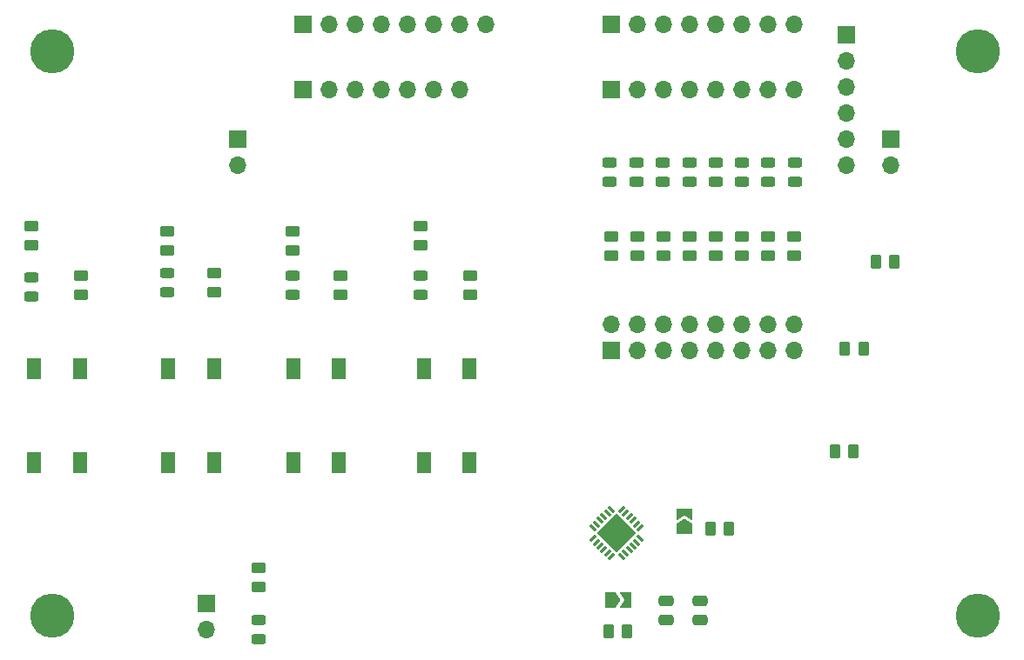
<source format=gbr>
%TF.GenerationSoftware,KiCad,Pcbnew,(6.0.2)*%
%TF.CreationDate,2022-02-20T13:14:23+01:00*%
%TF.ProjectId,220217_GPIOExpanderAW9523,32323032-3137-45f4-9750-494f45787061,v01*%
%TF.SameCoordinates,Original*%
%TF.FileFunction,Soldermask,Top*%
%TF.FilePolarity,Negative*%
%FSLAX46Y46*%
G04 Gerber Fmt 4.6, Leading zero omitted, Abs format (unit mm)*
G04 Created by KiCad (PCBNEW (6.0.2)) date 2022-02-20 13:14:23*
%MOMM*%
%LPD*%
G01*
G04 APERTURE LIST*
G04 Aperture macros list*
%AMRoundRect*
0 Rectangle with rounded corners*
0 $1 Rounding radius*
0 $2 $3 $4 $5 $6 $7 $8 $9 X,Y pos of 4 corners*
0 Add a 4 corners polygon primitive as box body*
4,1,4,$2,$3,$4,$5,$6,$7,$8,$9,$2,$3,0*
0 Add four circle primitives for the rounded corners*
1,1,$1+$1,$2,$3*
1,1,$1+$1,$4,$5*
1,1,$1+$1,$6,$7*
1,1,$1+$1,$8,$9*
0 Add four rect primitives between the rounded corners*
20,1,$1+$1,$2,$3,$4,$5,0*
20,1,$1+$1,$4,$5,$6,$7,0*
20,1,$1+$1,$6,$7,$8,$9,0*
20,1,$1+$1,$8,$9,$2,$3,0*%
%AMRotRect*
0 Rectangle, with rotation*
0 The origin of the aperture is its center*
0 $1 length*
0 $2 width*
0 $3 Rotation angle, in degrees counterclockwise*
0 Add horizontal line*
21,1,$1,$2,0,0,$3*%
%AMFreePoly0*
4,1,6,1.000000,0.000000,0.500000,-0.750000,-0.500000,-0.750000,-0.500000,0.750000,0.500000,0.750000,1.000000,0.000000,1.000000,0.000000,$1*%
%AMFreePoly1*
4,1,6,0.500000,-0.750000,-0.650000,-0.750000,-0.150000,0.000000,-0.650000,0.750000,0.500000,0.750000,0.500000,-0.750000,0.500000,-0.750000,$1*%
G04 Aperture macros list end*
%ADD10R,1.700000X1.700000*%
%ADD11O,1.700000X1.700000*%
%ADD12R,1.400000X2.100000*%
%ADD13RoundRect,0.250000X0.450000X-0.262500X0.450000X0.262500X-0.450000X0.262500X-0.450000X-0.262500X0*%
%ADD14RoundRect,0.243750X0.456250X-0.243750X0.456250X0.243750X-0.456250X0.243750X-0.456250X-0.243750X0*%
%ADD15RoundRect,0.250000X-0.450000X0.262500X-0.450000X-0.262500X0.450000X-0.262500X0.450000X0.262500X0*%
%ADD16RoundRect,0.250000X0.262500X0.450000X-0.262500X0.450000X-0.262500X-0.450000X0.262500X-0.450000X0*%
%ADD17RoundRect,0.243750X-0.456250X0.243750X-0.456250X-0.243750X0.456250X-0.243750X0.456250X0.243750X0*%
%ADD18RoundRect,0.250000X-0.475000X0.250000X-0.475000X-0.250000X0.475000X-0.250000X0.475000X0.250000X0*%
%ADD19C,4.300000*%
%ADD20RoundRect,0.250000X-0.262500X-0.450000X0.262500X-0.450000X0.262500X0.450000X-0.262500X0.450000X0*%
%ADD21FreePoly0,0.000000*%
%ADD22FreePoly1,0.000000*%
%ADD23FreePoly0,90.000000*%
%ADD24FreePoly1,90.000000*%
%ADD25RotRect,0.300000X0.800000X315.000000*%
%ADD26RotRect,0.300000X0.800000X225.000000*%
%ADD27RotRect,2.750000X2.750000X225.000000*%
G04 APERTURE END LIST*
D10*
%TO.C,J9*%
X165477000Y-68745000D03*
D11*
X168017000Y-68745000D03*
X170557000Y-68745000D03*
X173097000Y-68745000D03*
X175637000Y-68745000D03*
X178177000Y-68745000D03*
X180717000Y-68745000D03*
X183257000Y-68745000D03*
%TD*%
D10*
%TO.C,J8*%
X165477000Y-62395000D03*
D11*
X168017000Y-62395000D03*
X170557000Y-62395000D03*
X173097000Y-62395000D03*
X175637000Y-62395000D03*
X178177000Y-62395000D03*
X180717000Y-62395000D03*
X183257000Y-62395000D03*
%TD*%
D10*
%TO.C,J3*%
X135505000Y-68770000D03*
D11*
X138045000Y-68770000D03*
X140585000Y-68770000D03*
X143125000Y-68770000D03*
X145665000Y-68770000D03*
X148205000Y-68770000D03*
X150745000Y-68770000D03*
%TD*%
D12*
%TO.C,SW4*%
X151690000Y-105070000D03*
X151690000Y-95970000D03*
X147230000Y-105070000D03*
X147230000Y-95970000D03*
%TD*%
D13*
%TO.C,R17*%
X170542000Y-84922500D03*
X170542000Y-83097500D03*
%TD*%
D14*
%TO.C,D3*%
X122282000Y-88503500D03*
X122282000Y-86628500D03*
%TD*%
D15*
%TO.C,R14*%
X146920000Y-82087500D03*
X146920000Y-83912500D03*
%TD*%
D12*
%TO.C,SW1*%
X113830000Y-105050000D03*
X113830000Y-95950000D03*
X109370000Y-105050000D03*
X109370000Y-95950000D03*
%TD*%
%TO.C,SW3*%
X138990000Y-105070000D03*
X138990000Y-95970000D03*
X134530000Y-105070000D03*
X134530000Y-95970000D03*
%TD*%
D16*
%TO.C,R6*%
X190012500Y-94000000D03*
X188187500Y-94000000D03*
%TD*%
D17*
%TO.C,D7*%
X167900000Y-75862500D03*
X167900000Y-77737500D03*
%TD*%
D15*
%TO.C,R5*%
X122282000Y-82589500D03*
X122282000Y-84414500D03*
%TD*%
D13*
%TO.C,R22*%
X183242000Y-84922500D03*
X183242000Y-83097500D03*
%TD*%
D15*
%TO.C,R13*%
X151746000Y-86907500D03*
X151746000Y-88732500D03*
%TD*%
D17*
%TO.C,D11*%
X178200000Y-75862500D03*
X178200000Y-77737500D03*
%TD*%
D18*
%TO.C,C1*%
X170798000Y-118550000D03*
X170798000Y-120450000D03*
%TD*%
D19*
%TO.C,REF\u002A\u002A*%
X111100000Y-120000000D03*
%TD*%
D17*
%TO.C,D12*%
X180700000Y-75862500D03*
X180700000Y-77737500D03*
%TD*%
D16*
%TO.C,R7*%
X193012500Y-85500000D03*
X191187500Y-85500000D03*
%TD*%
D14*
%TO.C,D2*%
X109100000Y-88937500D03*
X109100000Y-87062500D03*
%TD*%
D20*
%TO.C,R10*%
X175100000Y-111500000D03*
X176925000Y-111500000D03*
%TD*%
D19*
%TO.C,REF\u002A\u002A*%
X201100000Y-120000000D03*
%TD*%
D10*
%TO.C,J2*%
X129140000Y-73591000D03*
D11*
X129140000Y-76131000D03*
%TD*%
D10*
%TO.C,J4*%
X135490000Y-62420000D03*
D11*
X138030000Y-62420000D03*
X140570000Y-62420000D03*
X143110000Y-62420000D03*
X145650000Y-62420000D03*
X148190000Y-62420000D03*
X150730000Y-62420000D03*
X153270000Y-62420000D03*
%TD*%
D10*
%TO.C,J1*%
X192640000Y-73591000D03*
D11*
X192640000Y-76131000D03*
%TD*%
D14*
%TO.C,D5*%
X146920000Y-88757500D03*
X146920000Y-86882500D03*
%TD*%
D17*
%TO.C,D8*%
X170500000Y-75862500D03*
X170500000Y-77737500D03*
%TD*%
D14*
%TO.C,D4*%
X134474000Y-88757500D03*
X134474000Y-86882500D03*
%TD*%
D10*
%TO.C,J6*%
X126092000Y-118808000D03*
D11*
X126092000Y-121348000D03*
%TD*%
D21*
%TO.C,JP2*%
X165420000Y-118444000D03*
D22*
X166870000Y-118444000D03*
%TD*%
D12*
%TO.C,SW2*%
X126830000Y-105070000D03*
X126830000Y-95970000D03*
X122370000Y-105070000D03*
X122370000Y-95970000D03*
%TD*%
D15*
%TO.C,R9*%
X134474000Y-82589500D03*
X134474000Y-84414500D03*
%TD*%
D14*
%TO.C,D1*%
X131172000Y-122285500D03*
X131172000Y-120410500D03*
%TD*%
D13*
%TO.C,R21*%
X180702000Y-84922500D03*
X180702000Y-83097500D03*
%TD*%
%TO.C,R18*%
X173082000Y-84922500D03*
X173082000Y-83097500D03*
%TD*%
%TO.C,R20*%
X178162000Y-84922500D03*
X178162000Y-83097500D03*
%TD*%
D10*
%TO.C,J5*%
X188322000Y-63436000D03*
D11*
X188322000Y-65976000D03*
X188322000Y-68516000D03*
X188322000Y-71056000D03*
X188322000Y-73596000D03*
X188322000Y-76136000D03*
%TD*%
D19*
%TO.C,REF\u002A\u002A*%
X111100000Y-65000000D03*
%TD*%
D23*
%TO.C,JP1*%
X172600000Y-111500000D03*
D24*
X172600000Y-110050000D03*
%TD*%
D15*
%TO.C,R8*%
X139100000Y-86907500D03*
X139100000Y-88732500D03*
%TD*%
%TO.C,R2*%
X113900000Y-86907500D03*
X113900000Y-88732500D03*
%TD*%
D16*
%TO.C,R12*%
X189012500Y-104000000D03*
X187187500Y-104000000D03*
%TD*%
D10*
%TO.C,J7*%
X165462000Y-94170000D03*
D11*
X165462000Y-91630000D03*
X168002000Y-94170000D03*
X168002000Y-91630000D03*
X170542000Y-94170000D03*
X170542000Y-91630000D03*
X173082000Y-94170000D03*
X173082000Y-91630000D03*
X175622000Y-94170000D03*
X175622000Y-91630000D03*
X178162000Y-94170000D03*
X178162000Y-91630000D03*
X180702000Y-94170000D03*
X180702000Y-91630000D03*
X183242000Y-94170000D03*
X183242000Y-91630000D03*
%TD*%
D15*
%TO.C,R1*%
X131172000Y-115355500D03*
X131172000Y-117180500D03*
%TD*%
D18*
%TO.C,C2*%
X174100000Y-118550000D03*
X174100000Y-120450000D03*
%TD*%
D13*
%TO.C,R16*%
X168002000Y-84922500D03*
X168002000Y-83097500D03*
%TD*%
D17*
%TO.C,D10*%
X175600000Y-75862500D03*
X175600000Y-77737500D03*
%TD*%
D20*
%TO.C,R11*%
X165187500Y-121500000D03*
X167012500Y-121500000D03*
%TD*%
D13*
%TO.C,R19*%
X175622000Y-84922500D03*
X175622000Y-83097500D03*
%TD*%
D17*
%TO.C,D13*%
X183300000Y-75862500D03*
X183300000Y-77737500D03*
%TD*%
D13*
%TO.C,R15*%
X165462000Y-84922500D03*
X165462000Y-83097500D03*
%TD*%
D19*
%TO.C,REF\u002A\u002A*%
X201100000Y-65000000D03*
%TD*%
D17*
%TO.C,D6*%
X165300000Y-75862500D03*
X165300000Y-77737500D03*
%TD*%
D15*
%TO.C,R3*%
X109100000Y-82087500D03*
X109100000Y-83912500D03*
%TD*%
%TO.C,R4*%
X126854000Y-86653500D03*
X126854000Y-88478500D03*
%TD*%
D25*
%TO.C,IC1*%
X168268097Y-111419670D03*
X167914544Y-111066117D03*
X167560990Y-110712563D03*
X167207437Y-110359010D03*
X166853883Y-110005456D03*
X166500330Y-109651903D03*
D26*
X165439670Y-109651903D03*
X165086117Y-110005456D03*
X164732563Y-110359010D03*
X164379010Y-110712563D03*
X164025456Y-111066117D03*
X163671903Y-111419670D03*
D25*
X163671903Y-112480330D03*
X164025456Y-112833883D03*
X164379010Y-113187437D03*
X164732563Y-113540990D03*
X165086117Y-113894544D03*
X165439670Y-114248097D03*
D26*
X166500330Y-114248097D03*
X166853883Y-113894544D03*
X167207437Y-113540990D03*
X167560990Y-113187437D03*
X167914544Y-112833883D03*
X168268097Y-112480330D03*
D27*
X165970000Y-111950000D03*
%TD*%
D17*
%TO.C,D9*%
X173100000Y-75862500D03*
X173100000Y-77737500D03*
%TD*%
M02*

</source>
